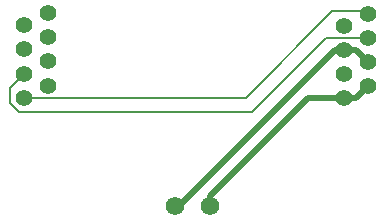
<source format=gbr>
%TF.GenerationSoftware,KiCad,Pcbnew,9.0.0*%
%TF.CreationDate,2026-01-30T14:08:11-05:00*%
%TF.ProjectId,Proprietary_RJ45,50726f70-7269-4657-9461-72795f524a34,rev?*%
%TF.SameCoordinates,Original*%
%TF.FileFunction,Copper,L1,Top*%
%TF.FilePolarity,Positive*%
%FSLAX46Y46*%
G04 Gerber Fmt 4.6, Leading zero omitted, Abs format (unit mm)*
G04 Created by KiCad (PCBNEW 9.0.0) date 2026-01-30 14:08:11*
%MOMM*%
%LPD*%
G01*
G04 APERTURE LIST*
%TA.AperFunction,ComponentPad*%
%ADD10C,1.574800*%
%TD*%
%TA.AperFunction,ComponentPad*%
%ADD11C,1.397000*%
%TD*%
%TA.AperFunction,Conductor*%
%ADD12C,0.200000*%
%TD*%
%TA.AperFunction,Conductor*%
%ADD13C,0.500000*%
%TD*%
G04 APERTURE END LIST*
D10*
%TO.P,J2,1,1*%
%TO.N,/+12V*%
X125660401Y-101510201D03*
%TO.P,J2,2,2*%
%TO.N,/GND*%
X128660400Y-101510201D03*
%TD*%
D11*
%TO.P,J1,1,1*%
%TO.N,/TX+*%
X114975001Y-91278050D03*
%TO.P,J1,2,2*%
%TO.N,/TX-*%
X112945000Y-92298050D03*
%TO.P,J1,3,3*%
%TO.N,/RX+*%
X112945000Y-90258049D03*
%TO.P,J1,4,4*%
%TO.N,unconnected-(J1-Pad4)*%
X112945000Y-88218051D03*
%TO.P,J1,5,5*%
%TO.N,unconnected-(J1-Pad5)*%
X114975001Y-89238049D03*
%TO.P,J1,6,6*%
%TO.N,/RX-*%
X114975001Y-87198050D03*
%TO.P,J1,7,7*%
%TO.N,unconnected-(J1-Pad7)*%
X114975001Y-85158049D03*
%TO.P,J1,8,8*%
%TO.N,unconnected-(J1-Pad8)*%
X112945000Y-86178050D03*
%TD*%
%TO.P,J3,1,1*%
%TO.N,/TX+*%
X140024999Y-86221950D03*
%TO.P,J3,2,2*%
%TO.N,/TX-*%
X142055000Y-85201950D03*
%TO.P,J3,3,3*%
%TO.N,/RX+*%
X142055000Y-87241951D03*
%TO.P,J3,4,4*%
%TO.N,/+12V*%
X142055000Y-89281949D03*
%TO.P,J3,5,5*%
X140024999Y-88261951D03*
%TO.P,J3,6,6*%
%TO.N,/RX-*%
X140024999Y-90301950D03*
%TO.P,J3,7,7*%
%TO.N,/GND*%
X140024999Y-92341951D03*
%TO.P,J3,8,8*%
X142055000Y-91321950D03*
%TD*%
D12*
%TO.N,/RX+*%
X112491721Y-93500000D02*
X111750000Y-92758279D01*
X142055000Y-87241951D02*
X138508049Y-87241951D01*
X138508049Y-87241951D02*
X132250000Y-93500000D01*
X132250000Y-93500000D02*
X112491721Y-93500000D01*
X111750000Y-91453049D02*
X112945000Y-90258049D01*
X111750000Y-92758279D02*
X111750000Y-91453049D01*
%TO.N,/TX-*%
X131701950Y-92298050D02*
X139000000Y-85000000D01*
X112945000Y-92298050D02*
X131701950Y-92298050D01*
X141853050Y-85000000D02*
X142055000Y-85201950D01*
X139000000Y-85000000D02*
X141853050Y-85000000D01*
D13*
%TO.N,/GND*%
X140024999Y-92341951D02*
X136908049Y-92341951D01*
X136908049Y-92341951D02*
X128660400Y-100589600D01*
X141034999Y-92341951D02*
X140024999Y-92341951D01*
X128660400Y-100589600D02*
X128660400Y-101510201D01*
X142055000Y-91321950D02*
X141034999Y-92341951D01*
%TO.N,/+12V*%
X141035002Y-88261951D02*
X142055000Y-89281949D01*
X125989799Y-101510201D02*
X125660401Y-101510201D01*
X140024999Y-88261951D02*
X141035002Y-88261951D01*
X139238049Y-88261951D02*
X125989799Y-101510201D01*
X140024999Y-88261951D02*
X139238049Y-88261951D01*
%TD*%
M02*

</source>
